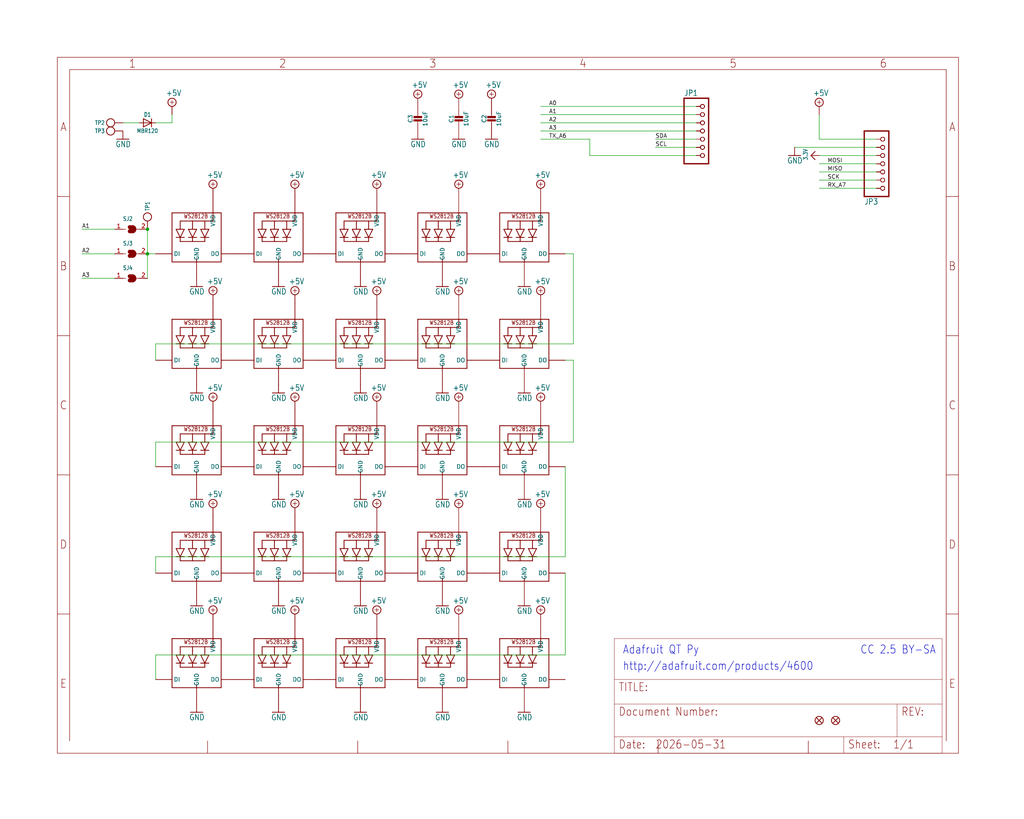
<source format=kicad_sch>
(kicad_sch (version 20230121) (generator eeschema)
  (paper "User" 317.5 254.127)
  (lib_symbols
    (symbol "working-eagle-import:+5V" (power)
      (property "Value" "+5V" (at -1.905 3.175 0))
      (symbol "+5V_1_0"
        (polyline (pts (xy -0.635 1.27) (xy 0.635 1.27)) (stroke (width 0.1524)))
        (polyline (pts (xy 0 0.635) (xy 0 1.905)) (stroke (width 0.1524)))
        (circle (center 0 1.27) (radius 1.27) (stroke (width 0.254)))
        (pin power_in line (at 0 -2.54 90) (length 2.54) (name "+5V") (number "1"))
      )
    )
    (symbol "working-eagle-import:3.3V" (power)
      (property "Value" "3.3V" (at -1.524 1.016 0))
      (symbol "3.3V_1_0"
        (polyline (pts (xy -1.27 -1.27) (xy 0 0)) (stroke (width 0.254)))
        (polyline (pts (xy 0 0) (xy 1.27 -1.27)) (stroke (width 0.254)))
        (pin power_in line (at 0 -2.54 90) (length 2.54) (name "3.3V") (number "1"))
      )
    )
    (symbol "working-eagle-import:CAP_CERAMIC0603_NO"
      (property "Reference" "C" (at -2.29 1.25 90))
      (symbol "CAP_CERAMIC0603_NO_1_0"
        (rectangle (start -1.27 0.508) (end 1.27 1.016) (fill (type outline)))
        (rectangle (start -1.27 1.524) (end 1.27 2.032) (fill (type outline)))
        (polyline (pts (xy 0 0.762) (xy 0 0)) (stroke (width 0.1524)))
        (polyline (pts (xy 0 2.54) (xy 0 1.778)) (stroke (width 0.1524)))
        (pin passive line (at 0 5.08 270) (length 2.54) (name "1") (number "1"))
        (pin passive line (at 0 -2.54 90) (length 2.54) (name "2") (number "2"))
      )
    )
    (symbol "working-eagle-import:DIODESOD-123"
      (property "Reference" "D" (at 0 2.54 0))
      (symbol "DIODESOD-123_1_0"
        (polyline (pts (xy -1.27 -1.27) (xy 1.27 0)) (stroke (width 0.254)))
        (polyline (pts (xy -1.27 1.27) (xy -1.27 -1.27)) (stroke (width 0.254)))
        (polyline (pts (xy 1.27 0) (xy -1.27 1.27)) (stroke (width 0.254)))
        (polyline (pts (xy 1.27 0) (xy 1.27 -1.27)) (stroke (width 0.254)))
        (polyline (pts (xy 1.27 1.27) (xy 1.27 0)) (stroke (width 0.254)))
        (pin passive line (at -2.54 0 0) (length 2.54) (name "A") (number "A"))
        (pin passive line (at 2.54 0 180) (length 2.54) (name "C") (number "C"))
      )
    )
    (symbol "working-eagle-import:FIDUCIAL_1MM"
      (symbol "FIDUCIAL_1MM_1_0"
        (polyline (pts (xy -0.762 0.762) (xy 0.762 -0.762)) (stroke (width 0.254)))
        (polyline (pts (xy 0.762 0.762) (xy -0.762 -0.762)) (stroke (width 0.254)))
        (circle (center 0 0) (radius 1.27) (stroke (width 0.254)))
      )
    )
    (symbol "working-eagle-import:FRAME_A_L"
      (symbol "FRAME_A_L_1_0"
        (polyline (pts (xy 0 43.18) (xy 3.81 43.18)))
        (polyline (pts (xy 0 86.36) (xy 3.81 86.36)))
        (polyline (pts (xy 0 129.54) (xy 3.81 129.54)))
        (polyline (pts (xy 0 172.72) (xy 3.81 172.72)))
        (polyline (pts (xy 3.81 3.81) (xy 3.81 212.09)))
        (polyline (pts (xy 46.5667 0) (xy 46.5667 3.81)))
        (polyline (pts (xy 93.1333 0) (xy 93.1333 3.81)))
        (polyline (pts (xy 139.7 0) (xy 139.7 3.81)))
        (polyline (pts (xy 186.2667 0) (xy 186.2667 3.81)))
        (polyline (pts (xy 232.8333 0) (xy 232.8333 3.81)))
        (polyline (pts (xy 275.59 3.81) (xy 275.59 212.09)))
        (polyline (pts (xy 275.59 43.18) (xy 279.4 43.18)))
        (polyline (pts (xy 275.59 86.36) (xy 279.4 86.36)))
        (polyline (pts (xy 275.59 129.54) (xy 279.4 129.54)))
        (polyline (pts (xy 275.59 172.72) (xy 279.4 172.72)))
        (polyline (pts (xy 275.59 212.09) (xy 3.81 212.09)))
        (polyline (pts (xy 0 0) (xy 279.4 0) (xy 279.4 215.9) (xy 0 215.9) (xy 0 0)))
        (text "1" (at 23.2833 213.995 0) (effects (font (size 2.54 2.286))))
        (text "2" (at 69.85 213.995 0) (effects (font (size 2.54 2.286))))
        (text "3" (at 116.4167 213.995 0) (effects (font (size 2.54 2.286))))
        (text "4" (at 162.9833 213.995 0) (effects (font (size 2.54 2.286))))
        (text "5" (at 209.55 213.995 0) (effects (font (size 2.54 2.286))))
        (text "6" (at 256.1167 213.995 0) (effects (font (size 2.54 2.286))))
        (text "A" (at 1.905 194.31 0) (effects (font (size 2.54 2.286))))
        (text "A" (at 277.495 194.31 0) (effects (font (size 2.54 2.286))))
        (text "B" (at 1.905 151.13 0) (effects (font (size 2.54 2.286))))
        (text "B" (at 277.495 151.13 0) (effects (font (size 2.54 2.286))))
        (text "C" (at 1.905 107.95 0) (effects (font (size 2.54 2.286))))
        (text "C" (at 277.495 107.95 0) (effects (font (size 2.54 2.286))))
        (text "D" (at 1.905 64.77 0) (effects (font (size 2.54 2.286))))
        (text "D" (at 277.495 64.77 0) (effects (font (size 2.54 2.286))))
        (text "E" (at 1.905 21.59 0) (effects (font (size 2.54 2.286))))
        (text "E" (at 277.495 21.59 0) (effects (font (size 2.54 2.286))))
      )
      (symbol "FRAME_A_L_2_0"
        (polyline (pts (xy 0 0) (xy 0 5.08)) (stroke (width 0.1016)))
        (polyline (pts (xy 0 0) (xy 71.12 0)) (stroke (width 0.1016)))
        (polyline (pts (xy 0 5.08) (xy 0 15.24)) (stroke (width 0.1016)))
        (polyline (pts (xy 0 5.08) (xy 71.12 5.08)) (stroke (width 0.1016)))
        (polyline (pts (xy 0 15.24) (xy 0 22.86)) (stroke (width 0.1016)))
        (polyline (pts (xy 0 22.86) (xy 0 35.56)) (stroke (width 0.1016)))
        (polyline (pts (xy 0 22.86) (xy 101.6 22.86)) (stroke (width 0.1016)))
        (polyline (pts (xy 71.12 0) (xy 101.6 0)) (stroke (width 0.1016)))
        (polyline (pts (xy 71.12 5.08) (xy 71.12 0)) (stroke (width 0.1016)))
        (polyline (pts (xy 71.12 5.08) (xy 87.63 5.08)) (stroke (width 0.1016)))
        (polyline (pts (xy 87.63 5.08) (xy 101.6 5.08)) (stroke (width 0.1016)))
        (polyline (pts (xy 87.63 15.24) (xy 0 15.24)) (stroke (width 0.1016)))
        (polyline (pts (xy 87.63 15.24) (xy 87.63 5.08)) (stroke (width 0.1016)))
        (polyline (pts (xy 101.6 5.08) (xy 101.6 0)) (stroke (width 0.1016)))
        (polyline (pts (xy 101.6 15.24) (xy 87.63 15.24)) (stroke (width 0.1016)))
        (polyline (pts (xy 101.6 15.24) (xy 101.6 5.08)) (stroke (width 0.1016)))
        (polyline (pts (xy 101.6 22.86) (xy 101.6 15.24)) (stroke (width 0.1016)))
        (polyline (pts (xy 101.6 35.56) (xy 0 35.56)) (stroke (width 0.1016)))
        (polyline (pts (xy 101.6 35.56) (xy 101.6 22.86)) (stroke (width 0.1016)))
        (text "${#}/${##}" (at 86.36 1.27 0) (effects (font (size 2.54 2.159)) (justify left bottom)))
        (text "${CURRENT_DATE}" (at 12.7 1.27 0) (effects (font (size 2.54 2.159)) (justify left bottom)))
        (text "${PROJECTNAME}" (at 17.78 19.05 0) (effects (font (size 2.54 2.159)) (justify left bottom)))
        (text "Date:" (at 1.27 1.27 0) (effects (font (size 2.54 2.159)) (justify left bottom)))
        (text "Document Number:" (at 1.27 11.43 0) (effects (font (size 2.54 2.159)) (justify left bottom)))
        (text "REV:" (at 88.9 11.43 0) (effects (font (size 2.54 2.159)) (justify left bottom)))
        (text "Sheet:" (at 72.39 1.27 0) (effects (font (size 2.54 2.159)) (justify left bottom)))
        (text "TITLE:" (at 1.27 19.05 0) (effects (font (size 2.54 2.159)) (justify left bottom)))
      )
    )
    (symbol "working-eagle-import:GND" (power)
      (property "Value" "GND" (at -2.54 -2.54 0))
      (symbol "GND_1_0"
        (polyline (pts (xy -1.905 0) (xy 1.905 0)) (stroke (width 0.254)))
        (pin power_in line (at 0 2.54 270) (length 2.54) (name "GND") (number "1"))
      )
    )
    (symbol "working-eagle-import:HEADER-1X7_CASTEL"
      (property "Reference" "JP" (at -6.35 10.795 0))
      (symbol "HEADER-1X7_CASTEL_1_0"
        (polyline (pts (xy -6.35 -10.16) (xy 1.27 -10.16)) (stroke (width 0.4064)))
        (polyline (pts (xy -6.35 10.16) (xy -6.35 -10.16)) (stroke (width 0.4064)))
        (polyline (pts (xy 1.27 -10.16) (xy 1.27 10.16)) (stroke (width 0.4064)))
        (polyline (pts (xy 1.27 10.16) (xy -6.35 10.16)) (stroke (width 0.4064)))
        (pin passive inverted (at -2.54 7.62 0) (length 2.54) (name "1") (number "1"))
        (pin passive inverted (at -2.54 7.62 0) (length 2.54) (name "1") (number "1C"))
        (pin passive inverted (at -2.54 5.08 0) (length 2.54) (name "2") (number "2"))
        (pin passive inverted (at -2.54 5.08 0) (length 2.54) (name "2") (number "2C"))
        (pin passive inverted (at -2.54 2.54 0) (length 2.54) (name "3") (number "3"))
        (pin passive inverted (at -2.54 2.54 0) (length 2.54) (name "3") (number "3C"))
        (pin passive inverted (at -2.54 0 0) (length 2.54) (name "4") (number "4"))
        (pin passive inverted (at -2.54 0 0) (length 2.54) (name "4") (number "4C"))
        (pin passive inverted (at -2.54 -2.54 0) (length 2.54) (name "5") (number "5"))
        (pin passive inverted (at -2.54 -2.54 0) (length 2.54) (name "5") (number "5C"))
        (pin passive inverted (at -2.54 -5.08 0) (length 2.54) (name "6") (number "6"))
        (pin passive inverted (at -2.54 -5.08 0) (length 2.54) (name "6") (number "6C"))
        (pin passive inverted (at -2.54 -7.62 0) (length 2.54) (name "7") (number "7"))
        (pin passive inverted (at -2.54 -7.62 0) (length 2.54) (name "7") (number "7C"))
      )
    )
    (symbol "working-eagle-import:SOLDERJUMPER"
      (property "Reference" "SJ" (at -2.54 2.54 0))
      (symbol "SOLDERJUMPER_1_0"
        (arc (start -0.381 -0.635) (mid 0.2541 -0.0001) (end -0.3808 0.635) (stroke (width 1.27)))
        (polyline (pts (xy -2.54 0) (xy -1.651 0)) (stroke (width 0.1524)))
        (polyline (pts (xy 2.54 0) (xy 1.651 0)) (stroke (width 0.1524)))
        (arc (start 0.3808 -0.635) (mid 1.0132 -0.0001) (end 0.381 0.635) (stroke (width 1.27)))
        (pin passive line (at -5.08 0 0) (length 2.54) (name "1") (number "1"))
        (pin passive line (at 5.08 0 180) (length 2.54) (name "2") (number "2"))
      )
    )
    (symbol "working-eagle-import:SOLDERJUMPERCLOSED"
      (property "Reference" "SJ" (at -2.54 2.54 0))
      (symbol "SOLDERJUMPERCLOSED_1_0"
        (arc (start -0.381 -0.635) (mid 0.2541 -0.0001) (end -0.3808 0.635) (stroke (width 1.27)))
        (polyline (pts (xy -2.54 0) (xy -1.651 0)) (stroke (width 0.1524)))
        (polyline (pts (xy 2.54 0) (xy 1.651 0)) (stroke (width 0.1524)))
        (arc (start 0.3808 -0.635) (mid 1.0132 -0.0001) (end 0.381 0.635) (stroke (width 1.27)))
        (pin passive line (at -5.08 0 0) (length 2.54) (name "1") (number "1"))
        (pin passive line (at 5.08 0 180) (length 2.54) (name "2") (number "2"))
      )
    )
    (symbol "working-eagle-import:TESTPOINT_1X3"
      (property "Reference" "TP" (at 0 5.588 90))
      (symbol "TESTPOINT_1X3_1_0"
        (circle (center 0 3.81) (radius 1.27) (stroke (width 0.254)))
        (pin bidirectional line (at 0 0 90) (length 2.54) (name "P$1") (number "P$1"))
      )
    )
    (symbol "working-eagle-import:TESTPOINT_MINUS"
      (property "Reference" "TP" (at 0 5.588 90))
      (symbol "TESTPOINT_MINUS_1_0"
        (circle (center 0 3.81) (radius 1.27) (stroke (width 0.254)))
        (pin bidirectional line (at 0 0 90) (length 2.54) (name "P$1") (number "P$1"))
      )
    )
    (symbol "working-eagle-import:TESTPOINT_PLUS13"
      (property "Reference" "TP" (at 0 5.588 90))
      (symbol "TESTPOINT_PLUS13_1_0"
        (circle (center 0 3.81) (radius 1.27) (stroke (width 0.254)))
        (pin bidirectional line (at 0 0 90) (length 2.54) (name "P$1") (number "P$1"))
      )
    )
    (symbol "working-eagle-import:WS2812B_SK6805_1515"
      (symbol "WS2812B_SK6805_1515_1_0"
        (polyline (pts (xy -7.62 -5.08) (xy 0 -5.08)) (stroke (width 0.254)))
        (polyline (pts (xy -7.62 -2.54) (xy -7.62 -5.08)) (stroke (width 0.254)))
        (polyline (pts (xy -7.62 10.16) (xy -7.62 -2.54)) (stroke (width 0.254)))
        (polyline (pts (xy -6.35 2.54) (xy -5.08 2.54)) (stroke (width 0.254)))
        (polyline (pts (xy -6.35 5.08) (xy -5.08 5.08)) (stroke (width 0.254)))
        (polyline (pts (xy -5.08 2.54) (xy -6.35 5.08)) (stroke (width 0.254)))
        (polyline (pts (xy -5.08 2.54) (xy -5.08 1.27)) (stroke (width 0.254)))
        (polyline (pts (xy -5.08 2.54) (xy -3.81 5.08)) (stroke (width 0.254)))
        (polyline (pts (xy -5.08 5.08) (xy -3.81 5.08)) (stroke (width 0.254)))
        (polyline (pts (xy -5.08 7.62) (xy -5.08 5.08)) (stroke (width 0.254)))
        (polyline (pts (xy -3.81 2.54) (xy -5.08 2.54)) (stroke (width 0.254)))
        (polyline (pts (xy -2.54 2.54) (xy -1.27 2.54)) (stroke (width 0.254)))
        (polyline (pts (xy -2.54 5.08) (xy 0 5.08)) (stroke (width 0.254)))
        (polyline (pts (xy -1.27 1.27) (xy -5.08 1.27)) (stroke (width 0.254)))
        (polyline (pts (xy -1.27 2.54) (xy -2.54 5.08)) (stroke (width 0.254)))
        (polyline (pts (xy -1.27 2.54) (xy -1.27 1.27)) (stroke (width 0.254)))
        (polyline (pts (xy -1.27 2.54) (xy 0 2.54)) (stroke (width 0.254)))
        (polyline (pts (xy -1.27 5.08) (xy -1.27 7.62)) (stroke (width 0.254)))
        (polyline (pts (xy -1.27 7.62) (xy -5.08 7.62)) (stroke (width 0.254)))
        (polyline (pts (xy 0 -5.08) (xy 7.62 -5.08)) (stroke (width 0.254)))
        (polyline (pts (xy 0 -4.064) (xy 0 -5.08)) (stroke (width 0.254)))
        (polyline (pts (xy 0 5.08) (xy -1.27 2.54)) (stroke (width 0.254)))
        (polyline (pts (xy 1.27 5.08) (xy 2.54 2.54)) (stroke (width 0.254)))
        (polyline (pts (xy 1.27 5.08) (xy 2.54 5.08)) (stroke (width 0.254)))
        (polyline (pts (xy 2.54 1.27) (xy -1.27 1.27)) (stroke (width 0.254)))
        (polyline (pts (xy 2.54 2.54) (xy 1.27 2.54)) (stroke (width 0.254)))
        (polyline (pts (xy 2.54 2.54) (xy 2.54 1.27)) (stroke (width 0.254)))
        (polyline (pts (xy 2.54 2.54) (xy 3.81 2.54)) (stroke (width 0.254)))
        (polyline (pts (xy 2.54 2.54) (xy 3.81 5.08)) (stroke (width 0.254)))
        (polyline (pts (xy 2.54 5.08) (xy 2.54 7.62)) (stroke (width 0.254)))
        (polyline (pts (xy 2.54 7.62) (xy -1.27 7.62)) (stroke (width 0.254)))
        (polyline (pts (xy 2.54 7.62) (xy 5.08 7.62)) (stroke (width 0.254)))
        (polyline (pts (xy 3.81 5.08) (xy 2.54 5.08)) (stroke (width 0.254)))
        (polyline (pts (xy 5.08 10.16) (xy -7.62 10.16)) (stroke (width 0.254)))
        (polyline (pts (xy 5.08 10.16) (xy 5.08 7.62)) (stroke (width 0.254)))
        (polyline (pts (xy 7.62 -5.08) (xy 7.62 -2.54)) (stroke (width 0.254)))
        (polyline (pts (xy 7.62 -2.54) (xy 7.62 10.16)) (stroke (width 0.254)))
        (polyline (pts (xy 7.62 10.16) (xy 5.08 10.16)) (stroke (width 0.254)))
        (text "WS2812B" (at -4.064 8.382 0) (effects (font (size 1.27 1.0795)) (justify left bottom)))
        (pin input line (at -12.7 -2.54 0) (length 5.08) (name "DI") (number "1"))
        (pin power_in line (at 5.08 15.24 270) (length 5.08) (name "VDD") (number "2"))
        (pin output line (at 12.7 -2.54 180) (length 5.08) (name "DO") (number "3"))
        (pin power_in line (at 0 -10.16 90) (length 5.08) (name "GND") (number "4"))
      )
    )
  )
  (junction (at 45.72 71.12))
  (junction (at 45.72 78.74))
  (wire (pts (xy 175.26 172.72) (xy 48.26 172.72)) (stroke (width 0.1524)))
  (wire (pts (xy 215.9 35.56) (xy 167.64 35.56)) (stroke (width 0.1524)))
  (wire (pts (xy 271.78 45.72) (xy 246.38 45.72)) (stroke (width 0.1524)))
  (wire (pts (xy 215.9 48.26) (xy 182.88 48.26)) (stroke (width 0.1524)))
  (wire (pts (xy 167.64 33.02) (xy 215.9 33.02)) (stroke (width 0.1524)))
  (wire (pts (xy 35.56 86.36) (xy 25.4 86.36)) (stroke (width 0.1524)))
  (wire (pts (xy 48.26 137.16) (xy 48.26 144.78)) (stroke (width 0.1524)))
  (wire (pts (xy 182.88 43.18) (xy 182.88 48.26)) (stroke (width 0.1524)))
  (wire (pts (xy 271.78 53.34) (xy 254 53.34)) (stroke (width 0.1524)))
  (wire (pts (xy 254 43.18) (xy 254 35.56)) (stroke (width 0.1524)))
  (wire (pts (xy 177.8 111.76) (xy 175.26 111.76)) (stroke (width 0.1524)))
  (wire (pts (xy 48.26 203.2) (xy 48.26 210.82)) (stroke (width 0.1524)))
  (wire (pts (xy 48.26 106.68) (xy 177.8 106.68)) (stroke (width 0.1524)))
  (wire (pts (xy 45.72 78.74) (xy 45.72 86.36)) (stroke (width 0.1524)))
  (wire (pts (xy 271.78 58.42) (xy 254 58.42)) (stroke (width 0.1524)))
  (wire (pts (xy 175.26 177.8) (xy 175.26 203.2)) (stroke (width 0.1524)))
  (wire (pts (xy 167.64 38.1) (xy 215.9 38.1)) (stroke (width 0.1524)))
  (wire (pts (xy 203.2 43.18) (xy 215.9 43.18)) (stroke (width 0.1524)))
  (wire (pts (xy 53.34 38.1) (xy 53.34 35.56)) (stroke (width 0.1524)))
  (wire (pts (xy 167.64 43.18) (xy 182.88 43.18)) (stroke (width 0.1524)))
  (wire (pts (xy 271.78 55.88) (xy 254 55.88)) (stroke (width 0.1524)))
  (wire (pts (xy 177.8 106.68) (xy 177.8 78.74)) (stroke (width 0.1524)))
  (wire (pts (xy 38.1 38.1) (xy 43.18 38.1)) (stroke (width 0.1524)))
  (wire (pts (xy 271.78 43.18) (xy 254 43.18)) (stroke (width 0.1524)))
  (wire (pts (xy 271.78 50.8) (xy 254 50.8)) (stroke (width 0.1524)))
  (wire (pts (xy 215.9 45.72) (xy 203.2 45.72)) (stroke (width 0.1524)))
  (wire (pts (xy 175.26 203.2) (xy 48.26 203.2)) (stroke (width 0.1524)))
  (wire (pts (xy 48.26 172.72) (xy 48.26 177.8)) (stroke (width 0.1524)))
  (wire (pts (xy 215.9 40.64) (xy 167.64 40.64)) (stroke (width 0.1524)))
  (wire (pts (xy 175.26 144.78) (xy 175.26 172.72)) (stroke (width 0.1524)))
  (wire (pts (xy 48.26 38.1) (xy 53.34 38.1)) (stroke (width 0.1524)))
  (wire (pts (xy 177.8 78.74) (xy 175.26 78.74)) (stroke (width 0.1524)))
  (wire (pts (xy 48.26 111.76) (xy 48.26 106.68)) (stroke (width 0.1524)))
  (wire (pts (xy 35.56 71.12) (xy 25.4 71.12)) (stroke (width 0.1524)))
  (wire (pts (xy 25.4 78.74) (xy 35.56 78.74)) (stroke (width 0.1524)))
  (wire (pts (xy 45.72 71.12) (xy 45.72 78.74)) (stroke (width 0.1524)))
  (wire (pts (xy 177.8 137.16) (xy 48.26 137.16)) (stroke (width 0.1524)))
  (wire (pts (xy 45.72 78.74) (xy 48.26 78.74)) (stroke (width 0.1524)))
  (wire (pts (xy 177.8 111.76) (xy 177.8 137.16)) (stroke (width 0.1524)))
  (wire (pts (xy 271.78 48.26) (xy 254 48.26)) (stroke (width 0.1524)))
  (text "http://adafruit.com/products/4600" (at 193.04 208.28 0) (effects (font (size 2.54 2.159)) (justify left bottom)))
  (text "CC 2.5 BY-SA" (at 266.7 203.2 0) (effects (font (size 2.54 2.159)) (justify left bottom)))
  (text "Adafruit QT Py" (at 193.04 203.2 0) (effects (font (size 2.54 2.159)) (justify left bottom)))
  (label "A3" (at 170.18 40.64 0) (effects (font (size 1.2446 1.2446))))
  (label "A0" (at 170.18 33.02 0) (effects (font (size 1.2446 1.2446))))
  (label "SCK" (at 256.54 55.88 0) (effects (font (size 1.2446 1.2446))))
  (label "SCL" (at 203.2 45.72 0) (effects (font (size 1.2446 1.2446))))
  (label "A2" (at 170.18 38.1 0) (effects (font (size 1.2446 1.2446))))
  (label "A3" (at 25.4 86.36 0) (effects (font (size 1.2446 1.2446))))
  (label "RX_A7" (at 256.54 58.42 0) (effects (font (size 1.2446 1.2446))))
  (label "A1" (at 170.18 35.56 0) (effects (font (size 1.2446 1.2446))))
  (label "SDA" (at 203.2 43.18 0) (effects (font (size 1.2446 1.2446))))
  (label "A2" (at 25.4 78.74 0) (effects (font (size 1.2446 1.2446))))
  (label "MOSI" (at 256.54 50.8 0) (effects (font (size 1.2446 1.2446))))
  (label "A1" (at 25.4 71.12 0) (effects (font (size 1.2446 1.2446))))
  (label "TX_A6" (at 170.18 43.18 0) (effects (font (size 1.2446 1.2446))))
  (label "MISO" (at 256.54 53.34 0) (effects (font (size 1.2446 1.2446))))
  (symbol (lib_id "working-eagle-import:TESTPOINT_MINUS") (at 38.1 40.64 90) (unit 1)
    (property "Reference" "TP3" (at 32.512 40.64 90) (effects (font (size 1.27 1.0795)) (justify left)))
    (property "Value" "TESTPOINT_MINUS" (effects hide))
    (property "Footprint" "working:TESTPOINT_MINUS_1X3MM" (effects hide))
  )
  (symbol (lib_id "working-eagle-import:+5V") (at 116.84 58.42 0) (unit 1)
    (property "Reference" "#SUPPLY4" (effects hide))
    (property "Value" "+5V" (at 114.935 55.245 0) (effects (font (size 1.778 1.5113)) (justify left bottom)))
  )
  (symbol (lib_id "working-eagle-import:HEADER-1X7_CASTEL") (at 274.32 50.8 0) (mirror x) (unit 1)
    (property "Reference" "JP3" (at 267.97 61.595 0) (effects (font (size 1.778 1.5113)) (justify left bottom)))
    (property "Value" "HEADER-1X7_CASTEL" (effects hide))
    (property "Footprint" "working:1X07_CASTEL" (effects hide))
  )
  (symbol (lib_id "working-eagle-import:GND") (at 162.56 220.98 0) (mirror y) (unit 1)
    (property "Reference" "#GND26" (effects hide))
    (property "Value" "GND" (at 165.1 223.52 0) (effects (font (size 1.778 1.5113)) (justify left bottom)))
  )
  (symbol (lib_id "working-eagle-import:+5V") (at 142.24 124.46 0) (unit 1)
    (property "Reference" "#SUPPLY15" (effects hide))
    (property "Value" "+5V" (at 140.335 121.285 0) (effects (font (size 1.778 1.5113)) (justify left bottom)))
  )
  (symbol (lib_id "working-eagle-import:+5V") (at 116.84 124.46 0) (unit 1)
    (property "Reference" "#SUPPLY14" (effects hide))
    (property "Value" "+5V" (at 114.935 121.285 0) (effects (font (size 1.778 1.5113)) (justify left bottom)))
  )
  (symbol (lib_id "working-eagle-import:DIODESOD-123") (at 45.72 38.1 0) (unit 1)
    (property "Reference" "D1" (at 45.72 35.56 0) (effects (font (size 1.27 1.0795))))
    (property "Value" "MBR120" (at 45.72 40.6 0) (effects (font (size 1.27 1.0795))))
    (property "Footprint" "working:SOD-123" (effects hide))
  )
  (symbol (lib_id "working-eagle-import:WS2812B_SK6805_1515") (at 162.56 208.28 0) (unit 1)
    (property "Reference" "LED25" (effects hide))
    (property "Value" "WS2812B_SK6805_1515" (effects hide))
    (property "Footprint" "working:SK6805_1515" (effects hide))
  )
  (symbol (lib_id "working-eagle-import:WS2812B_SK6805_1515") (at 137.16 175.26 0) (unit 1)
    (property "Reference" "LED19" (effects hide))
    (property "Value" "WS2812B_SK6805_1515" (effects hide))
    (property "Footprint" "working:SK6805_1515" (effects hide))
  )
  (symbol (lib_id "working-eagle-import:WS2812B_SK6805_1515") (at 162.56 175.26 0) (unit 1)
    (property "Reference" "LED20" (effects hide))
    (property "Value" "WS2812B_SK6805_1515" (effects hide))
    (property "Footprint" "working:SK6805_1515" (effects hide))
  )
  (symbol (lib_id "working-eagle-import:SOLDERJUMPERCLOSED") (at 40.64 86.36 0) (unit 1)
    (property "Reference" "SJ4" (at 38.1 83.82 0) (effects (font (size 1.27 1.0795)) (justify left bottom)))
    (property "Value" "SOLDERJUMPERCLOSED" (effects hide))
    (property "Footprint" "working:SOLDERJUMPER_CLOSEDWIRE" (effects hide))
  )
  (symbol (lib_id "working-eagle-import:GND") (at 86.36 121.92 0) (mirror y) (unit 1)
    (property "Reference" "#GND8" (effects hide))
    (property "Value" "GND" (at 88.9 124.46 0) (effects (font (size 1.778 1.5113)) (justify left bottom)))
  )
  (symbol (lib_id "working-eagle-import:WS2812B_SK6805_1515") (at 162.56 109.22 0) (unit 1)
    (property "Reference" "LED10" (effects hide))
    (property "Value" "WS2812B_SK6805_1515" (effects hide))
    (property "Footprint" "working:SK6805_1515" (effects hide))
  )
  (symbol (lib_id "working-eagle-import:+5V") (at 142.24 91.44 0) (unit 1)
    (property "Reference" "#SUPPLY10" (effects hide))
    (property "Value" "+5V" (at 140.335 88.265 0) (effects (font (size 1.778 1.5113)) (justify left bottom)))
  )
  (symbol (lib_id "working-eagle-import:CAP_CERAMIC0603_NO") (at 129.54 38.1 0) (unit 1)
    (property "Reference" "C3" (at 127.25 36.85 90))
    (property "Value" "10uF" (at 131.84 36.85 90))
    (property "Footprint" "working:0603-NO" (effects hide))
  )
  (symbol (lib_id "working-eagle-import:GND") (at 86.36 88.9 0) (mirror y) (unit 1)
    (property "Reference" "#GND1" (effects hide))
    (property "Value" "GND" (at 88.9 91.44 0) (effects (font (size 1.778 1.5113)) (justify left bottom)))
  )
  (symbol (lib_id "working-eagle-import:+5V") (at 167.64 157.48 0) (unit 1)
    (property "Reference" "#SUPPLY21" (effects hide))
    (property "Value" "+5V" (at 165.735 154.305 0) (effects (font (size 1.778 1.5113)) (justify left bottom)))
  )
  (symbol (lib_id "working-eagle-import:+5V") (at 129.54 30.48 0) (unit 1)
    (property "Reference" "#SUPPLY30" (effects hide))
    (property "Value" "+5V" (at 127.635 27.305 0) (effects (font (size 1.778 1.5113)) (justify left bottom)))
  )
  (symbol (lib_id "working-eagle-import:GND") (at 162.56 121.92 0) (mirror y) (unit 1)
    (property "Reference" "#GND11" (effects hide))
    (property "Value" "GND" (at 165.1 124.46 0) (effects (font (size 1.778 1.5113)) (justify left bottom)))
  )
  (symbol (lib_id "working-eagle-import:GND") (at 162.56 88.9 0) (mirror y) (unit 1)
    (property "Reference" "#GND5" (effects hide))
    (property "Value" "GND" (at 165.1 91.44 0) (effects (font (size 1.778 1.5113)) (justify left bottom)))
  )
  (symbol (lib_id "working-eagle-import:+5V") (at 116.84 157.48 0) (unit 1)
    (property "Reference" "#SUPPLY19" (effects hide))
    (property "Value" "+5V" (at 114.935 154.305 0) (effects (font (size 1.778 1.5113)) (justify left bottom)))
  )
  (symbol (lib_id "working-eagle-import:GND") (at 162.56 187.96 0) (mirror y) (unit 1)
    (property "Reference" "#GND21" (effects hide))
    (property "Value" "GND" (at 165.1 190.5 0) (effects (font (size 1.778 1.5113)) (justify left bottom)))
  )
  (symbol (lib_id "working-eagle-import:WS2812B_SK6805_1515") (at 86.36 142.24 0) (unit 1)
    (property "Reference" "LED12" (effects hide))
    (property "Value" "WS2812B_SK6805_1515" (effects hide))
    (property "Footprint" "working:SK6805_1515" (effects hide))
  )
  (symbol (lib_id "working-eagle-import:GND") (at 137.16 154.94 0) (mirror y) (unit 1)
    (property "Reference" "#GND15" (effects hide))
    (property "Value" "GND" (at 139.7 157.48 0) (effects (font (size 1.778 1.5113)) (justify left bottom)))
  )
  (symbol (lib_id "working-eagle-import:WS2812B_SK6805_1515") (at 162.56 142.24 0) (unit 1)
    (property "Reference" "LED15" (effects hide))
    (property "Value" "WS2812B_SK6805_1515" (effects hide))
    (property "Footprint" "working:SK6805_1515" (effects hide))
  )
  (symbol (lib_id "working-eagle-import:GND") (at 60.96 121.92 0) (mirror y) (unit 1)
    (property "Reference" "#GND7" (effects hide))
    (property "Value" "GND" (at 63.5 124.46 0) (effects (font (size 1.778 1.5113)) (justify left bottom)))
  )
  (symbol (lib_id "working-eagle-import:+5V") (at 66.04 157.48 0) (unit 1)
    (property "Reference" "#SUPPLY17" (effects hide))
    (property "Value" "+5V" (at 64.135 154.305 0) (effects (font (size 1.778 1.5113)) (justify left bottom)))
  )
  (symbol (lib_id "working-eagle-import:WS2812B_SK6805_1515") (at 162.56 76.2 0) (unit 1)
    (property "Reference" "LED5" (effects hide))
    (property "Value" "WS2812B_SK6805_1515" (effects hide))
    (property "Footprint" "working:SK6805_1515" (effects hide))
  )
  (symbol (lib_id "working-eagle-import:WS2812B_SK6805_1515") (at 60.96 175.26 0) (unit 1)
    (property "Reference" "LED16" (effects hide))
    (property "Value" "WS2812B_SK6805_1515" (effects hide))
    (property "Footprint" "working:SK6805_1515" (effects hide))
  )
  (symbol (lib_id "working-eagle-import:WS2812B_SK6805_1515") (at 111.76 109.22 0) (unit 1)
    (property "Reference" "LED8" (effects hide))
    (property "Value" "WS2812B_SK6805_1515" (effects hide))
    (property "Footprint" "working:SK6805_1515" (effects hide))
  )
  (symbol (lib_id "working-eagle-import:GND") (at 137.16 220.98 0) (mirror y) (unit 1)
    (property "Reference" "#GND25" (effects hide))
    (property "Value" "GND" (at 139.7 223.52 0) (effects (font (size 1.778 1.5113)) (justify left bottom)))
  )
  (symbol (lib_id "working-eagle-import:GND") (at 137.16 187.96 0) (mirror y) (unit 1)
    (property "Reference" "#GND20" (effects hide))
    (property "Value" "GND" (at 139.7 190.5 0) (effects (font (size 1.778 1.5113)) (justify left bottom)))
  )
  (symbol (lib_id "working-eagle-import:GND") (at 152.4 43.18 0) (mirror y) (unit 1)
    (property "Reference" "#GND29" (effects hide))
    (property "Value" "GND" (at 154.94 45.72 0) (effects (font (size 1.778 1.5113)) (justify left bottom)))
  )
  (symbol (lib_id "working-eagle-import:CAP_CERAMIC0603_NO") (at 152.4 38.1 0) (unit 1)
    (property "Reference" "C2" (at 150.11 36.85 90))
    (property "Value" "10uF" (at 154.7 36.85 90))
    (property "Footprint" "working:0603-NO" (effects hide))
  )
  (symbol (lib_id "working-eagle-import:WS2812B_SK6805_1515") (at 111.76 208.28 0) (unit 1)
    (property "Reference" "LED23" (effects hide))
    (property "Value" "WS2812B_SK6805_1515" (effects hide))
    (property "Footprint" "working:SK6805_1515" (effects hide))
  )
  (symbol (lib_id "working-eagle-import:WS2812B_SK6805_1515") (at 60.96 76.2 0) (unit 1)
    (property "Reference" "LED1" (effects hide))
    (property "Value" "WS2812B_SK6805_1515" (effects hide))
    (property "Footprint" "working:SK6805_1515" (effects hide))
  )
  (symbol (lib_id "working-eagle-import:GND") (at 111.76 88.9 0) (mirror y) (unit 1)
    (property "Reference" "#GND3" (effects hide))
    (property "Value" "GND" (at 114.3 91.44 0) (effects (font (size 1.778 1.5113)) (justify left bottom)))
  )
  (symbol (lib_id "working-eagle-import:+5V") (at 91.44 157.48 0) (unit 1)
    (property "Reference" "#SUPPLY18" (effects hide))
    (property "Value" "+5V" (at 89.535 154.305 0) (effects (font (size 1.778 1.5113)) (justify left bottom)))
  )
  (symbol (lib_id "working-eagle-import:+5V") (at 167.64 190.5 0) (unit 1)
    (property "Reference" "#SUPPLY26" (effects hide))
    (property "Value" "+5V" (at 165.735 187.325 0) (effects (font (size 1.778 1.5113)) (justify left bottom)))
  )
  (symbol (lib_id "working-eagle-import:GND") (at 86.36 187.96 0) (mirror y) (unit 1)
    (property "Reference" "#GND18" (effects hide))
    (property "Value" "GND" (at 88.9 190.5 0) (effects (font (size 1.778 1.5113)) (justify left bottom)))
  )
  (symbol (lib_id "working-eagle-import:GND") (at 137.16 121.92 0) (mirror y) (unit 1)
    (property "Reference" "#GND10" (effects hide))
    (property "Value" "GND" (at 139.7 124.46 0) (effects (font (size 1.778 1.5113)) (justify left bottom)))
  )
  (symbol (lib_id "working-eagle-import:+5V") (at 91.44 58.42 0) (unit 1)
    (property "Reference" "#SUPPLY2" (effects hide))
    (property "Value" "+5V" (at 89.535 55.245 0) (effects (font (size 1.778 1.5113)) (justify left bottom)))
  )
  (symbol (lib_id "working-eagle-import:GND") (at 162.56 154.94 0) (mirror y) (unit 1)
    (property "Reference" "#GND16" (effects hide))
    (property "Value" "GND" (at 165.1 157.48 0) (effects (font (size 1.778 1.5113)) (justify left bottom)))
  )
  (symbol (lib_id "working-eagle-import:TESTPOINT_PLUS13") (at 38.1 38.1 90) (unit 1)
    (property "Reference" "TP2" (at 32.512 38.1 90) (effects (font (size 1.27 1.0795)) (justify left)))
    (property "Value" "TESTPOINT_PLUS13" (effects hide))
    (property "Footprint" "working:TESTPOINT_PLUS_1X3MM" (effects hide))
  )
  (symbol (lib_id "working-eagle-import:GND") (at 38.1 43.18 0) (mirror y) (unit 1)
    (property "Reference" "#GND27" (effects hide))
    (property "Value" "GND" (at 40.64 45.72 0) (effects (font (size 1.778 1.5113)) (justify left bottom)))
  )
  (symbol (lib_id "working-eagle-import:GND") (at 246.38 48.26 0) (mirror y) (unit 1)
    (property "Reference" "#GND2" (effects hide))
    (property "Value" "GND" (at 248.92 50.8 0) (effects (font (size 1.778 1.5113)) (justify left bottom)))
  )
  (symbol (lib_id "working-eagle-import:GND") (at 60.96 154.94 0) (mirror y) (unit 1)
    (property "Reference" "#GND12" (effects hide))
    (property "Value" "GND" (at 63.5 157.48 0) (effects (font (size 1.778 1.5113)) (justify left bottom)))
  )
  (symbol (lib_id "working-eagle-import:GND") (at 111.76 121.92 0) (mirror y) (unit 1)
    (property "Reference" "#GND9" (effects hide))
    (property "Value" "GND" (at 114.3 124.46 0) (effects (font (size 1.778 1.5113)) (justify left bottom)))
  )
  (symbol (lib_id "working-eagle-import:GND") (at 60.96 187.96 0) (mirror y) (unit 1)
    (property "Reference" "#GND17" (effects hide))
    (property "Value" "GND" (at 63.5 190.5 0) (effects (font (size 1.778 1.5113)) (justify left bottom)))
  )
  (symbol (lib_id "working-eagle-import:+5V") (at 116.84 91.44 0) (unit 1)
    (property "Reference" "#SUPPLY9" (effects hide))
    (property "Value" "+5V" (at 114.935 88.265 0) (effects (font (size 1.778 1.5113)) (justify left bottom)))
  )
  (symbol (lib_id "working-eagle-import:GND") (at 137.16 88.9 0) (mirror y) (unit 1)
    (property "Reference" "#GND4" (effects hide))
    (property "Value" "GND" (at 139.7 91.44 0) (effects (font (size 1.778 1.5113)) (justify left bottom)))
  )
  (symbol (lib_id "working-eagle-import:WS2812B_SK6805_1515") (at 60.96 109.22 0) (unit 1)
    (property "Reference" "LED6" (effects hide))
    (property "Value" "WS2812B_SK6805_1515" (effects hide))
    (property "Footprint" "working:SK6805_1515" (effects hide))
  )
  (symbol (lib_id "working-eagle-import:+5V") (at 254 33.02 0) (unit 1)
    (property "Reference" "#SUPPLY3" (effects hide))
    (property "Value" "+5V" (at 252.095 29.845 0) (effects (font (size 1.778 1.5113)) (justify left bottom)))
  )
  (symbol (lib_id "working-eagle-import:WS2812B_SK6805_1515") (at 137.16 142.24 0) (unit 1)
    (property "Reference" "LED14" (effects hide))
    (property "Value" "WS2812B_SK6805_1515" (effects hide))
    (property "Footprint" "working:SK6805_1515" (effects hide))
  )
  (symbol (lib_id "working-eagle-import:+5V") (at 66.04 190.5 0) (unit 1)
    (property "Reference" "#SUPPLY22" (effects hide))
    (property "Value" "+5V" (at 64.135 187.325 0) (effects (font (size 1.778 1.5113)) (justify left bottom)))
  )
  (symbol (lib_id "working-eagle-import:GND") (at 86.36 220.98 0) (mirror y) (unit 1)
    (property "Reference" "#GND23" (effects hide))
    (property "Value" "GND" (at 88.9 223.52 0) (effects (font (size 1.778 1.5113)) (justify left bottom)))
  )
  (symbol (lib_id "working-eagle-import:+5V") (at 142.24 30.48 0) (unit 1)
    (property "Reference" "#SUPPLY28" (effects hide))
    (property "Value" "+5V" (at 140.335 27.305 0) (effects (font (size 1.778 1.5113)) (justify left bottom)))
  )
  (symbol (lib_id "working-eagle-import:TESTPOINT_1X3") (at 45.72 71.12 0) (unit 1)
    (property "Reference" "TP1" (at 45.72 65.532 90) (effects (font (size 1.27 1.0795)) (justify left)))
    (property "Value" "TESTPOINT_1X3" (effects hide))
    (property "Footprint" "working:TESTPOINT_RECT_1X3MM" (effects hide))
  )
  (symbol (lib_id "working-eagle-import:WS2812B_SK6805_1515") (at 60.96 208.28 0) (unit 1)
    (property "Reference" "LED21" (effects hide))
    (property "Value" "WS2812B_SK6805_1515" (effects hide))
    (property "Footprint" "working:SK6805_1515" (effects hide))
  )
  (symbol (lib_id "working-eagle-import:HEADER-1X7_CASTEL") (at 218.44 40.64 0) (unit 1)
    (property "Reference" "JP1" (at 212.09 29.845 0) (effects (font (size 1.778 1.5113)) (justify left bottom)))
    (property "Value" "HEADER-1X7_CASTEL" (effects hide))
    (property "Footprint" "working:1X07_CASTEL" (effects hide))
  )
  (symbol (lib_id "working-eagle-import:+5V") (at 142.24 157.48 0) (unit 1)
    (property "Reference" "#SUPPLY20" (effects hide))
    (property "Value" "+5V" (at 140.335 154.305 0) (effects (font (size 1.778 1.5113)) (justify left bottom)))
  )
  (symbol (lib_id "working-eagle-import:+5V") (at 142.24 190.5 0) (unit 1)
    (property "Reference" "#SUPPLY25" (effects hide))
    (property "Value" "+5V" (at 140.335 187.325 0) (effects (font (size 1.778 1.5113)) (justify left bottom)))
  )
  (symbol (lib_id "working-eagle-import:+5V") (at 91.44 190.5 0) (unit 1)
    (property "Reference" "#SUPPLY23" (effects hide))
    (property "Value" "+5V" (at 89.535 187.325 0) (effects (font (size 1.778 1.5113)) (justify left bottom)))
  )
  (symbol (lib_id "working-eagle-import:+5V") (at 152.4 30.48 0) (unit 1)
    (property "Reference" "#SUPPLY29" (effects hide))
    (property "Value" "+5V" (at 150.495 27.305 0) (effects (font (size 1.778 1.5113)) (justify left bottom)))
  )
  (symbol (lib_id "working-eagle-import:SOLDERJUMPER") (at 40.64 78.74 0) (unit 1)
    (property "Reference" "SJ3" (at 38.1 76.2 0) (effects (font (size 1.27 1.0795)) (justify left bottom)))
    (property "Value" "SOLDERJUMPER" (effects hide))
    (property "Footprint" "working:SOLDERJUMPER_ARROW_NOPASTE" (effects hide))
  )
  (symbol (lib_id "working-eagle-import:CAP_CERAMIC0603_NO") (at 142.24 38.1 0) (unit 1)
    (property "Reference" "C1" (at 139.95 36.85 90))
    (property "Value" "10uF" (at 144.54 36.85 90))
    (property "Footprint" "working:0603-NO" (effects hide))
  )
  (symbol (lib_id "working-eagle-import:+5V") (at 167.64 124.46 0) (unit 1)
    (property "Reference" "#SUPPLY16" (effects hide))
    (property "Value" "+5V" (at 165.735 121.285 0) (effects (font (size 1.778 1.5113)) (justify left bottom)))
  )
  (symbol (lib_id "working-eagle-import:WS2812B_SK6805_1515") (at 137.16 208.28 0) (unit 1)
    (property "Reference" "LED24" (effects hide))
    (property "Value" "WS2812B_SK6805_1515" (effects hide))
    (property "Footprint" "working:SK6805_1515" (effects hide))
  )
  (symbol (lib_id "working-eagle-import:GND") (at 142.24 43.18 0) (mirror y) (unit 1)
    (property "Reference" "#GND28" (effects hide))
    (property "Value" "GND" (at 144.78 45.72 0) (effects (font (size 1.778 1.5113)) (justify left bottom)))
  )
  (symbol (lib_id "working-eagle-import:WS2812B_SK6805_1515") (at 60.96 142.24 0) (unit 1)
    (property "Reference" "LED11" (effects hide))
    (property "Value" "WS2812B_SK6805_1515" (effects hide))
    (property "Footprint" "working:SK6805_1515" (effects hide))
  )
  (symbol (lib_id "working-eagle-import:FIDUCIAL_1MM") (at 259.08 223.52 0) (unit 1)
    (property "Reference" "U$6" (effects hide))
    (property "Value" "FIDUCIAL_1MM" (effects hide))
    (property "Footprint" "working:FIDUCIAL_1MM" (effects hide))
  )
  (symbol (lib_id "working-eagle-import:FRAME_A_L") (at 17.78 233.68 0) (unit 1)
    (property "Reference" "#FRAME1" (effects hide))
    (property "Value" "FRAME_A_L" (effects hide))
  )
  (symbol (lib_id "working-eagle-import:WS2812B_SK6805_1515") (at 86.36 175.26 0) (unit 1)
    (property "Reference" "LED17" (effects hide))
    (property "Value" "WS2812B_SK6805_1515" (effects hide))
    (property "Footprint" "working:SK6805_1515" (effects hide))
  )
  (symbol (lib_id "working-eagle-import:GND") (at 111.76 187.96 0) (mirror y) (unit 1)
    (property "Reference" "#GND19" (effects hide))
    (property "Value" "GND" (at 114.3 190.5 0) (effects (font (size 1.778 1.5113)) (justify left bottom)))
  )
  (symbol (lib_id "working-eagle-import:GND") (at 111.76 220.98 0) (mirror y) (unit 1)
    (property "Reference" "#GND24" (effects hide))
    (property "Value" "GND" (at 114.3 223.52 0) (effects (font (size 1.778 1.5113)) (justify left bottom)))
  )
  (symbol (lib_id "working-eagle-import:FRAME_A_L") (at 190.5 233.68 0) (unit 2)
    (property "Reference" "#FRAME1" (effects hide))
    (property "Value" "FRAME_A_L" (effects hide))
  )
  (symbol (lib_id "working-eagle-import:GND") (at 60.96 220.98 0) (mirror y) (unit 1)
    (property "Reference" "#GND22" (effects hide))
    (property "Value" "GND" (at 63.5 223.52 0) (effects (font (size 1.778 1.5113)) (justify left bottom)))
  )
  (symbol (lib_id "working-eagle-import:WS2812B_SK6805_1515") (at 86.36 208.28 0) (unit 1)
    (property "Reference" "LED22" (effects hide))
    (property "Value" "WS2812B_SK6805_1515" (effects hide))
    (property "Footprint" "working:SK6805_1515" (effects hide))
  )
  (symbol (lib_id "working-eagle-import:WS2812B_SK6805_1515") (at 111.76 142.24 0) (unit 1)
    (property "Reference" "LED13" (effects hide))
    (property "Value" "WS2812B_SK6805_1515" (effects hide))
    (property "Footprint" "working:SK6805_1515" (effects hide))
  )
  (symbol (lib_id "working-eagle-import:WS2812B_SK6805_1515") (at 111.76 76.2 0) (unit 1)
    (property "Reference" "LED3" (effects hide))
    (property "Value" "WS2812B_SK6805_1515" (effects hide))
    (property "Footprint" "working:SK6805_1515" (effects hide))
  )
  (symbol (lib_id "working-eagle-import:WS2812B_SK6805_1515") (at 111.76 175.26 0) (unit 1)
    (property "Reference" "LED18" (effects hide))
    (property "Value" "WS2812B_SK6805_1515" (effects hide))
    (property "Footprint" "working:SK6805_1515" (effects hide))
  )
  (symbol (lib_id "working-eagle-import:+5V") (at 91.44 124.46 0) (unit 1)
    (property "Reference" "#SUPPLY13" (effects hide))
    (property "Value" "+5V" (at 89.535 121.285 0) (effects (font (size 1.778 1.5113)) (justify left bottom)))
  )
  (symbol (lib_id "working-eagle-import:+5V") (at 167.64 91.44 0) (unit 1)
    (property "Reference" "#SUPPLY11" (effects hide))
    (property "Value" "+5V" (at 165.735 88.265 0) (effects (font (size 1.778 1.5113)) (justify left bottom)))
  )
  (symbol (lib_id "working-eagle-import:GND") (at 111.76 154.94 0) (mirror y) (unit 1)
    (property "Reference" "#GND14" (effects hide))
    (property "Value" "GND" (at 114.3 157.48 0) (effects (font (size 1.778 1.5113)) (justify left bottom)))
  )
  (symbol (lib_id "working-eagle-import:+5V") (at 66.04 124.46 0) (unit 1)
    (property "Reference" "#SUPPLY12" (effects hide))
    (property "Value" "+5V" (at 64.135 121.285 0) (effects (font (size 1.778 1.5113)) (justify left bottom)))
  )
  (symbol (lib_id "working-eagle-import:FIDUCIAL_1MM") (at 254 223.52 0) (unit 1)
    (property "Reference" "U$8" (effects hide))
    (property "Value" "FIDUCIAL_1MM" (effects hide))
    (property "Footprint" "working:FIDUCIAL_1MM" (effects hide))
  )
  (symbol (lib_id "working-eagle-import:WS2812B_SK6805_1515") (at 137.16 109.22 0) (unit 1)
    (property "Reference" "LED9" (effects hide))
    (property "Value" "WS2812B_SK6805_1515" (effects hide))
    (property "Footprint" "working:SK6805_1515" (effects hide))
  )
  (symbol (lib_id "working-eagle-import:+5V") (at 116.84 190.5 0) (unit 1)
    (property "Reference" "#SUPPLY24" (effects hide))
    (property "Value" "+5V" (at 114.935 187.325 0) (effects (font (size 1.778 1.5113)) (justify left bottom)))
  )
  (symbol (lib_id "working-eagle-import:GND") (at 60.96 88.9 0) (mirror y) (unit 1)
    (property "Reference" "#GND6" (effects hide))
    (property "Value" "GND" (at 63.5 91.44 0) (effects (font (size 1.778 1.5113)) (justify left bottom)))
  )
  (symbol (lib_id "working-eagle-import:+5V") (at 91.44 91.44 0) (unit 1)
    (property "Reference" "#SUPPLY8" (effects hide))
    (property "Value" "+5V" (at 89.535 88.265 0) (effects (font (size 1.778 1.5113)) (justify left bottom)))
  )
  (symbol (lib_id "working-eagle-import:3.3V") (at 251.46 48.26 90) (unit 1)
    (property "Reference" "#U$10" (effects hide))
    (property "Value" "3.3V" (at 250.444 49.784 0) (effects (font (size 1.27 1.0795)) (justify left bottom)))
  )
  (symbol (lib_id "working-eagle-import:GND") (at 86.36 154.94 0) (mirror y) (unit 1)
    (property "Reference" "#GND13" (effects hide))
    (property "Value" "GND" (at 88.9 157.48 0) (effects (font (size 1.778 1.5113)) (justify left bottom)))
  )
  (symbol (lib_id "working-eagle-import:+5V") (at 142.24 58.42 0) (unit 1)
    (property "Reference" "#SUPPLY5" (effects hide))
    (property "Value" "+5V" (at 140.335 55.245 0) (effects (font (size 1.778 1.5113)) (justify left bottom)))
  )
  (symbol (lib_id "working-eagle-import:+5V") (at 167.64 58.42 0) (unit 1)
    (property "Reference" "#SUPPLY6" (effects hide))
    (property "Value" "+5V" (at 165.735 55.245 0) (effects (font (size 1.778 1.5113)) (justify left bottom)))
  )
  (symbol (lib_id "working-eagle-import:+5V") (at 66.04 91.44 0) (unit 1)
    (property "Reference" "#SUPPLY7" (effects hide))
    (property "Value" "+5V" (at 64.135 88.265 0) (effects (font (size 1.778 1.5113)) (justify left bottom)))
  )
  (symbol (lib_id "working-eagle-import:WS2812B_SK6805_1515") (at 86.36 76.2 0) (unit 1)
    (property "Reference" "LED2" (effects hide))
    (property "Value" "WS2812B_SK6805_1515" (effects hide))
    (property "Footprint" "working:SK6805_1515" (effects hide))
  )
  (symbol (lib_id "working-eagle-import:GND") (at 129.54 43.18 0) (mirror y) (unit 1)
    (property "Reference" "#GND30" (effects hide))
    (property "Value" "GND" (at 132.08 45.72 0) (effects (font (size 1.778 1.5113)) (justify left bottom)))
  )
  (symbol (lib_id "working-eagle-import:+5V") (at 53.34 33.02 0) (unit 1)
    (property "Reference" "#SUPPLY27" (effects hide))
    (property "Value" "+5V" (at 51.435 29.845 0) (effects (font (size 1.778 1.5113)) (justify left bottom)))
  )
  (symbol (lib_id "working-eagle-import:WS2812B_SK6805_1515") (at 137.16 76.2 0) (unit 1)
    (property "Reference" "LED4" (effects hide))
    (property "Value" "WS2812B_SK6805_1515" (effects hide))
    (property "Footprint" "working:SK6805_1515" (effects hide))
  )
  (symbol (lib_id "working-eagle-import:WS2812B_SK6805_1515") (at 86.36 109.22 0) (unit 1)
    (property "Reference" "LED7" (effects hide))
    (property "Value" "WS2812B_SK6805_1515" (effects hide))
    (property "Footprint" "working:SK6805_1515" (effects hide))
  )
  (symbol (lib_id "working-eagle-import:SOLDERJUMPER") (at 40.64 71.12 0) (unit 1)
    (property "Reference" "SJ2" (at 38.1 68.58 0) (effects (font (size 1.27 1.0795)) (justify left bottom)))
    (property "Value" "SOLDERJUMPER" (effects hide))
    (property "Footprint" "working:SOLDERJUMPER_ARROW_NOPASTE" (effects hide))
  )
  (symbol (lib_id "working-eagle-import:+5V") (at 66.04 58.42 0) (unit 1)
    (property "Reference" "#SUPPLY1" (effects hide))
    (property "Value" "+5V" (at 64.135 55.245 0) (effects (font (size 1.778 1.5113)) (justify left bottom)))
  )
)
</source>
